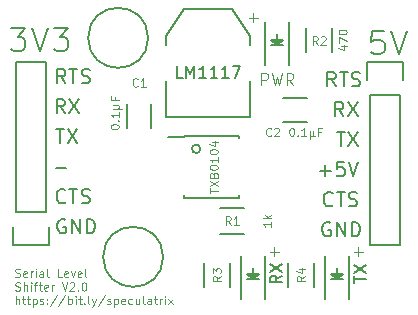
<source format=gbr>
G04 #@! TF.GenerationSoftware,KiCad,Pcbnew,(5.1.2-1)-1*
G04 #@! TF.CreationDate,2019-06-09T09:00:05+02:00*
G04 #@! TF.ProjectId,Level Shifter,4c657665-6c20-4536-9869-667465722e6b,rev?*
G04 #@! TF.SameCoordinates,Original*
G04 #@! TF.FileFunction,Legend,Top*
G04 #@! TF.FilePolarity,Positive*
%FSLAX46Y46*%
G04 Gerber Fmt 4.6, Leading zero omitted, Abs format (unit mm)*
G04 Created by KiCad (PCBNEW (5.1.2-1)-1) date 2019-06-09 09:00:05*
%MOMM*%
%LPD*%
G04 APERTURE LIST*
%ADD10C,0.100000*%
%ADD11C,0.200000*%
%ADD12C,0.150000*%
G04 APERTURE END LIST*
D10*
X174117047Y-113863428D02*
X174878952Y-113863428D01*
X174498000Y-114244380D02*
X174498000Y-113482476D01*
X152598333Y-115973333D02*
X152698333Y-116006666D01*
X152865000Y-116006666D01*
X152931666Y-115973333D01*
X152965000Y-115940000D01*
X152998333Y-115873333D01*
X152998333Y-115806666D01*
X152965000Y-115740000D01*
X152931666Y-115706666D01*
X152865000Y-115673333D01*
X152731666Y-115640000D01*
X152665000Y-115606666D01*
X152631666Y-115573333D01*
X152598333Y-115506666D01*
X152598333Y-115440000D01*
X152631666Y-115373333D01*
X152665000Y-115340000D01*
X152731666Y-115306666D01*
X152898333Y-115306666D01*
X152998333Y-115340000D01*
X153565000Y-115973333D02*
X153498333Y-116006666D01*
X153365000Y-116006666D01*
X153298333Y-115973333D01*
X153265000Y-115906666D01*
X153265000Y-115640000D01*
X153298333Y-115573333D01*
X153365000Y-115540000D01*
X153498333Y-115540000D01*
X153565000Y-115573333D01*
X153598333Y-115640000D01*
X153598333Y-115706666D01*
X153265000Y-115773333D01*
X153898333Y-116006666D02*
X153898333Y-115540000D01*
X153898333Y-115673333D02*
X153931666Y-115606666D01*
X153965000Y-115573333D01*
X154031666Y-115540000D01*
X154098333Y-115540000D01*
X154331666Y-116006666D02*
X154331666Y-115540000D01*
X154331666Y-115306666D02*
X154298333Y-115340000D01*
X154331666Y-115373333D01*
X154365000Y-115340000D01*
X154331666Y-115306666D01*
X154331666Y-115373333D01*
X154965000Y-116006666D02*
X154965000Y-115640000D01*
X154931666Y-115573333D01*
X154865000Y-115540000D01*
X154731666Y-115540000D01*
X154665000Y-115573333D01*
X154965000Y-115973333D02*
X154898333Y-116006666D01*
X154731666Y-116006666D01*
X154665000Y-115973333D01*
X154631666Y-115906666D01*
X154631666Y-115840000D01*
X154665000Y-115773333D01*
X154731666Y-115740000D01*
X154898333Y-115740000D01*
X154965000Y-115706666D01*
X155398333Y-116006666D02*
X155331666Y-115973333D01*
X155298333Y-115906666D01*
X155298333Y-115306666D01*
X156531666Y-116006666D02*
X156198333Y-116006666D01*
X156198333Y-115306666D01*
X157031666Y-115973333D02*
X156965000Y-116006666D01*
X156831666Y-116006666D01*
X156765000Y-115973333D01*
X156731666Y-115906666D01*
X156731666Y-115640000D01*
X156765000Y-115573333D01*
X156831666Y-115540000D01*
X156965000Y-115540000D01*
X157031666Y-115573333D01*
X157065000Y-115640000D01*
X157065000Y-115706666D01*
X156731666Y-115773333D01*
X157298333Y-115540000D02*
X157465000Y-116006666D01*
X157631666Y-115540000D01*
X158165000Y-115973333D02*
X158098333Y-116006666D01*
X157965000Y-116006666D01*
X157898333Y-115973333D01*
X157865000Y-115906666D01*
X157865000Y-115640000D01*
X157898333Y-115573333D01*
X157965000Y-115540000D01*
X158098333Y-115540000D01*
X158165000Y-115573333D01*
X158198333Y-115640000D01*
X158198333Y-115706666D01*
X157865000Y-115773333D01*
X158598333Y-116006666D02*
X158531666Y-115973333D01*
X158498333Y-115906666D01*
X158498333Y-115306666D01*
X152598333Y-117123333D02*
X152698333Y-117156666D01*
X152865000Y-117156666D01*
X152931666Y-117123333D01*
X152965000Y-117090000D01*
X152998333Y-117023333D01*
X152998333Y-116956666D01*
X152965000Y-116890000D01*
X152931666Y-116856666D01*
X152865000Y-116823333D01*
X152731666Y-116790000D01*
X152665000Y-116756666D01*
X152631666Y-116723333D01*
X152598333Y-116656666D01*
X152598333Y-116590000D01*
X152631666Y-116523333D01*
X152665000Y-116490000D01*
X152731666Y-116456666D01*
X152898333Y-116456666D01*
X152998333Y-116490000D01*
X153298333Y-117156666D02*
X153298333Y-116456666D01*
X153598333Y-117156666D02*
X153598333Y-116790000D01*
X153565000Y-116723333D01*
X153498333Y-116690000D01*
X153398333Y-116690000D01*
X153331666Y-116723333D01*
X153298333Y-116756666D01*
X153931666Y-117156666D02*
X153931666Y-116690000D01*
X153931666Y-116456666D02*
X153898333Y-116490000D01*
X153931666Y-116523333D01*
X153965000Y-116490000D01*
X153931666Y-116456666D01*
X153931666Y-116523333D01*
X154165000Y-116690000D02*
X154431666Y-116690000D01*
X154265000Y-117156666D02*
X154265000Y-116556666D01*
X154298333Y-116490000D01*
X154365000Y-116456666D01*
X154431666Y-116456666D01*
X154565000Y-116690000D02*
X154831666Y-116690000D01*
X154665000Y-116456666D02*
X154665000Y-117056666D01*
X154698333Y-117123333D01*
X154765000Y-117156666D01*
X154831666Y-117156666D01*
X155331666Y-117123333D02*
X155265000Y-117156666D01*
X155131666Y-117156666D01*
X155065000Y-117123333D01*
X155031666Y-117056666D01*
X155031666Y-116790000D01*
X155065000Y-116723333D01*
X155131666Y-116690000D01*
X155265000Y-116690000D01*
X155331666Y-116723333D01*
X155365000Y-116790000D01*
X155365000Y-116856666D01*
X155031666Y-116923333D01*
X155665000Y-117156666D02*
X155665000Y-116690000D01*
X155665000Y-116823333D02*
X155698333Y-116756666D01*
X155731666Y-116723333D01*
X155798333Y-116690000D01*
X155865000Y-116690000D01*
X156531666Y-116456666D02*
X156765000Y-117156666D01*
X156998333Y-116456666D01*
X157198333Y-116523333D02*
X157231666Y-116490000D01*
X157298333Y-116456666D01*
X157465000Y-116456666D01*
X157531666Y-116490000D01*
X157565000Y-116523333D01*
X157598333Y-116590000D01*
X157598333Y-116656666D01*
X157565000Y-116756666D01*
X157165000Y-117156666D01*
X157598333Y-117156666D01*
X157898333Y-117090000D02*
X157931666Y-117123333D01*
X157898333Y-117156666D01*
X157865000Y-117123333D01*
X157898333Y-117090000D01*
X157898333Y-117156666D01*
X158365000Y-116456666D02*
X158431666Y-116456666D01*
X158498333Y-116490000D01*
X158531666Y-116523333D01*
X158565000Y-116590000D01*
X158598333Y-116723333D01*
X158598333Y-116890000D01*
X158565000Y-117023333D01*
X158531666Y-117090000D01*
X158498333Y-117123333D01*
X158431666Y-117156666D01*
X158365000Y-117156666D01*
X158298333Y-117123333D01*
X158265000Y-117090000D01*
X158231666Y-117023333D01*
X158198333Y-116890000D01*
X158198333Y-116723333D01*
X158231666Y-116590000D01*
X158265000Y-116523333D01*
X158298333Y-116490000D01*
X158365000Y-116456666D01*
X152631666Y-118306666D02*
X152631666Y-117606666D01*
X152931666Y-118306666D02*
X152931666Y-117940000D01*
X152898333Y-117873333D01*
X152831666Y-117840000D01*
X152731666Y-117840000D01*
X152665000Y-117873333D01*
X152631666Y-117906666D01*
X153165000Y-117840000D02*
X153431666Y-117840000D01*
X153265000Y-117606666D02*
X153265000Y-118206666D01*
X153298333Y-118273333D01*
X153365000Y-118306666D01*
X153431666Y-118306666D01*
X153565000Y-117840000D02*
X153831666Y-117840000D01*
X153665000Y-117606666D02*
X153665000Y-118206666D01*
X153698333Y-118273333D01*
X153765000Y-118306666D01*
X153831666Y-118306666D01*
X154065000Y-117840000D02*
X154065000Y-118540000D01*
X154065000Y-117873333D02*
X154131666Y-117840000D01*
X154265000Y-117840000D01*
X154331666Y-117873333D01*
X154365000Y-117906666D01*
X154398333Y-117973333D01*
X154398333Y-118173333D01*
X154365000Y-118240000D01*
X154331666Y-118273333D01*
X154265000Y-118306666D01*
X154131666Y-118306666D01*
X154065000Y-118273333D01*
X154665000Y-118273333D02*
X154731666Y-118306666D01*
X154865000Y-118306666D01*
X154931666Y-118273333D01*
X154965000Y-118206666D01*
X154965000Y-118173333D01*
X154931666Y-118106666D01*
X154865000Y-118073333D01*
X154765000Y-118073333D01*
X154698333Y-118040000D01*
X154665000Y-117973333D01*
X154665000Y-117940000D01*
X154698333Y-117873333D01*
X154765000Y-117840000D01*
X154865000Y-117840000D01*
X154931666Y-117873333D01*
X155265000Y-118240000D02*
X155298333Y-118273333D01*
X155265000Y-118306666D01*
X155231666Y-118273333D01*
X155265000Y-118240000D01*
X155265000Y-118306666D01*
X155265000Y-117873333D02*
X155298333Y-117906666D01*
X155265000Y-117940000D01*
X155231666Y-117906666D01*
X155265000Y-117873333D01*
X155265000Y-117940000D01*
X156098333Y-117573333D02*
X155498333Y-118473333D01*
X156831666Y-117573333D02*
X156231666Y-118473333D01*
X157065000Y-118306666D02*
X157065000Y-117606666D01*
X157065000Y-117873333D02*
X157131666Y-117840000D01*
X157265000Y-117840000D01*
X157331666Y-117873333D01*
X157365000Y-117906666D01*
X157398333Y-117973333D01*
X157398333Y-118173333D01*
X157365000Y-118240000D01*
X157331666Y-118273333D01*
X157265000Y-118306666D01*
X157131666Y-118306666D01*
X157065000Y-118273333D01*
X157698333Y-118306666D02*
X157698333Y-117840000D01*
X157698333Y-117606666D02*
X157665000Y-117640000D01*
X157698333Y-117673333D01*
X157731666Y-117640000D01*
X157698333Y-117606666D01*
X157698333Y-117673333D01*
X157931666Y-117840000D02*
X158198333Y-117840000D01*
X158031666Y-117606666D02*
X158031666Y-118206666D01*
X158065000Y-118273333D01*
X158131666Y-118306666D01*
X158198333Y-118306666D01*
X158431666Y-118240000D02*
X158465000Y-118273333D01*
X158431666Y-118306666D01*
X158398333Y-118273333D01*
X158431666Y-118240000D01*
X158431666Y-118306666D01*
X158865000Y-118306666D02*
X158798333Y-118273333D01*
X158765000Y-118206666D01*
X158765000Y-117606666D01*
X159065000Y-117840000D02*
X159231666Y-118306666D01*
X159398333Y-117840000D02*
X159231666Y-118306666D01*
X159165000Y-118473333D01*
X159131666Y-118506666D01*
X159065000Y-118540000D01*
X160165000Y-117573333D02*
X159565000Y-118473333D01*
X160365000Y-118273333D02*
X160431666Y-118306666D01*
X160565000Y-118306666D01*
X160631666Y-118273333D01*
X160665000Y-118206666D01*
X160665000Y-118173333D01*
X160631666Y-118106666D01*
X160565000Y-118073333D01*
X160465000Y-118073333D01*
X160398333Y-118040000D01*
X160365000Y-117973333D01*
X160365000Y-117940000D01*
X160398333Y-117873333D01*
X160465000Y-117840000D01*
X160565000Y-117840000D01*
X160631666Y-117873333D01*
X160965000Y-117840000D02*
X160965000Y-118540000D01*
X160965000Y-117873333D02*
X161031666Y-117840000D01*
X161165000Y-117840000D01*
X161231666Y-117873333D01*
X161265000Y-117906666D01*
X161298333Y-117973333D01*
X161298333Y-118173333D01*
X161265000Y-118240000D01*
X161231666Y-118273333D01*
X161165000Y-118306666D01*
X161031666Y-118306666D01*
X160965000Y-118273333D01*
X161865000Y-118273333D02*
X161798333Y-118306666D01*
X161665000Y-118306666D01*
X161598333Y-118273333D01*
X161565000Y-118206666D01*
X161565000Y-117940000D01*
X161598333Y-117873333D01*
X161665000Y-117840000D01*
X161798333Y-117840000D01*
X161865000Y-117873333D01*
X161898333Y-117940000D01*
X161898333Y-118006666D01*
X161565000Y-118073333D01*
X162498333Y-118273333D02*
X162431666Y-118306666D01*
X162298333Y-118306666D01*
X162231666Y-118273333D01*
X162198333Y-118240000D01*
X162165000Y-118173333D01*
X162165000Y-117973333D01*
X162198333Y-117906666D01*
X162231666Y-117873333D01*
X162298333Y-117840000D01*
X162431666Y-117840000D01*
X162498333Y-117873333D01*
X163098333Y-117840000D02*
X163098333Y-118306666D01*
X162798333Y-117840000D02*
X162798333Y-118206666D01*
X162831666Y-118273333D01*
X162898333Y-118306666D01*
X162998333Y-118306666D01*
X163065000Y-118273333D01*
X163098333Y-118240000D01*
X163531666Y-118306666D02*
X163465000Y-118273333D01*
X163431666Y-118206666D01*
X163431666Y-117606666D01*
X164098333Y-118306666D02*
X164098333Y-117940000D01*
X164065000Y-117873333D01*
X163998333Y-117840000D01*
X163865000Y-117840000D01*
X163798333Y-117873333D01*
X164098333Y-118273333D02*
X164031666Y-118306666D01*
X163865000Y-118306666D01*
X163798333Y-118273333D01*
X163765000Y-118206666D01*
X163765000Y-118140000D01*
X163798333Y-118073333D01*
X163865000Y-118040000D01*
X164031666Y-118040000D01*
X164098333Y-118006666D01*
X164331666Y-117840000D02*
X164598333Y-117840000D01*
X164431666Y-117606666D02*
X164431666Y-118206666D01*
X164465000Y-118273333D01*
X164531666Y-118306666D01*
X164598333Y-118306666D01*
X164831666Y-118306666D02*
X164831666Y-117840000D01*
X164831666Y-117973333D02*
X164865000Y-117906666D01*
X164898333Y-117873333D01*
X164965000Y-117840000D01*
X165031666Y-117840000D01*
X165265000Y-118306666D02*
X165265000Y-117840000D01*
X165265000Y-117606666D02*
X165231666Y-117640000D01*
X165265000Y-117673333D01*
X165298333Y-117640000D01*
X165265000Y-117606666D01*
X165265000Y-117673333D01*
X165531666Y-118306666D02*
X165898333Y-117840000D01*
X165531666Y-117840000D02*
X165898333Y-118306666D01*
D11*
X179702285Y-99856857D02*
X179302285Y-99285428D01*
X179016571Y-99856857D02*
X179016571Y-98656857D01*
X179473714Y-98656857D01*
X179588000Y-98714000D01*
X179645142Y-98771142D01*
X179702285Y-98885428D01*
X179702285Y-99056857D01*
X179645142Y-99171142D01*
X179588000Y-99228285D01*
X179473714Y-99285428D01*
X179016571Y-99285428D01*
X180045142Y-98656857D02*
X180730857Y-98656857D01*
X180388000Y-99856857D02*
X180388000Y-98656857D01*
X181073714Y-99799714D02*
X181245142Y-99856857D01*
X181530857Y-99856857D01*
X181645142Y-99799714D01*
X181702285Y-99742571D01*
X181759428Y-99628285D01*
X181759428Y-99514000D01*
X181702285Y-99399714D01*
X181645142Y-99342571D01*
X181530857Y-99285428D01*
X181302285Y-99228285D01*
X181188000Y-99171142D01*
X181130857Y-99114000D01*
X181073714Y-98999714D01*
X181073714Y-98885428D01*
X181130857Y-98771142D01*
X181188000Y-98714000D01*
X181302285Y-98656857D01*
X181588000Y-98656857D01*
X181759428Y-98714000D01*
D10*
X172339047Y-94051428D02*
X173100952Y-94051428D01*
X172720000Y-94432380D02*
X172720000Y-93670476D01*
X181229047Y-113863428D02*
X181990952Y-113863428D01*
X181610000Y-114244380D02*
X181610000Y-113482476D01*
D11*
X156822857Y-99602857D02*
X156422857Y-99031428D01*
X156137142Y-99602857D02*
X156137142Y-98402857D01*
X156594285Y-98402857D01*
X156708571Y-98460000D01*
X156765714Y-98517142D01*
X156822857Y-98631428D01*
X156822857Y-98802857D01*
X156765714Y-98917142D01*
X156708571Y-98974285D01*
X156594285Y-99031428D01*
X156137142Y-99031428D01*
X157165714Y-98402857D02*
X157851428Y-98402857D01*
X157508571Y-99602857D02*
X157508571Y-98402857D01*
X158194285Y-99545714D02*
X158365714Y-99602857D01*
X158651428Y-99602857D01*
X158765714Y-99545714D01*
X158822857Y-99488571D01*
X158880000Y-99374285D01*
X158880000Y-99260000D01*
X158822857Y-99145714D01*
X158765714Y-99088571D01*
X158651428Y-99031428D01*
X158422857Y-98974285D01*
X158308571Y-98917142D01*
X158251428Y-98860000D01*
X158194285Y-98745714D01*
X158194285Y-98631428D01*
X158251428Y-98517142D01*
X158308571Y-98460000D01*
X158422857Y-98402857D01*
X158708571Y-98402857D01*
X158880000Y-98460000D01*
X156772000Y-102142857D02*
X156372000Y-101571428D01*
X156086285Y-102142857D02*
X156086285Y-100942857D01*
X156543428Y-100942857D01*
X156657714Y-101000000D01*
X156714857Y-101057142D01*
X156772000Y-101171428D01*
X156772000Y-101342857D01*
X156714857Y-101457142D01*
X156657714Y-101514285D01*
X156543428Y-101571428D01*
X156086285Y-101571428D01*
X157172000Y-100942857D02*
X157972000Y-102142857D01*
X157972000Y-100942857D02*
X157172000Y-102142857D01*
X180362571Y-102396857D02*
X179962571Y-101825428D01*
X179676857Y-102396857D02*
X179676857Y-101196857D01*
X180134000Y-101196857D01*
X180248285Y-101254000D01*
X180305428Y-101311142D01*
X180362571Y-101425428D01*
X180362571Y-101596857D01*
X180305428Y-101711142D01*
X180248285Y-101768285D01*
X180134000Y-101825428D01*
X179676857Y-101825428D01*
X180762571Y-101196857D02*
X181562571Y-102396857D01*
X181562571Y-101196857D02*
X180762571Y-102396857D01*
X179791142Y-103736857D02*
X180476857Y-103736857D01*
X180134000Y-104936857D02*
X180134000Y-103736857D01*
X180762571Y-103736857D02*
X181562571Y-104936857D01*
X181562571Y-103736857D02*
X180762571Y-104936857D01*
X178362571Y-107019714D02*
X179276857Y-107019714D01*
X178819714Y-107476857D02*
X178819714Y-106562571D01*
X180419714Y-106276857D02*
X179848285Y-106276857D01*
X179791142Y-106848285D01*
X179848285Y-106791142D01*
X179962571Y-106734000D01*
X180248285Y-106734000D01*
X180362571Y-106791142D01*
X180419714Y-106848285D01*
X180476857Y-106962571D01*
X180476857Y-107248285D01*
X180419714Y-107362571D01*
X180362571Y-107419714D01*
X180248285Y-107476857D01*
X179962571Y-107476857D01*
X179848285Y-107419714D01*
X179791142Y-107362571D01*
X180819714Y-106276857D02*
X181219714Y-107476857D01*
X181619714Y-106276857D01*
X179448285Y-109902571D02*
X179391142Y-109959714D01*
X179219714Y-110016857D01*
X179105428Y-110016857D01*
X178934000Y-109959714D01*
X178819714Y-109845428D01*
X178762571Y-109731142D01*
X178705428Y-109502571D01*
X178705428Y-109331142D01*
X178762571Y-109102571D01*
X178819714Y-108988285D01*
X178934000Y-108874000D01*
X179105428Y-108816857D01*
X179219714Y-108816857D01*
X179391142Y-108874000D01*
X179448285Y-108931142D01*
X179791142Y-108816857D02*
X180476857Y-108816857D01*
X180134000Y-110016857D02*
X180134000Y-108816857D01*
X180819714Y-109959714D02*
X180991142Y-110016857D01*
X181276857Y-110016857D01*
X181391142Y-109959714D01*
X181448285Y-109902571D01*
X181505428Y-109788285D01*
X181505428Y-109674000D01*
X181448285Y-109559714D01*
X181391142Y-109502571D01*
X181276857Y-109445428D01*
X181048285Y-109388285D01*
X180934000Y-109331142D01*
X180876857Y-109274000D01*
X180819714Y-109159714D01*
X180819714Y-109045428D01*
X180876857Y-108931142D01*
X180934000Y-108874000D01*
X181048285Y-108816857D01*
X181334000Y-108816857D01*
X181505428Y-108874000D01*
X179245142Y-111414000D02*
X179130857Y-111356857D01*
X178959428Y-111356857D01*
X178788000Y-111414000D01*
X178673714Y-111528285D01*
X178616571Y-111642571D01*
X178559428Y-111871142D01*
X178559428Y-112042571D01*
X178616571Y-112271142D01*
X178673714Y-112385428D01*
X178788000Y-112499714D01*
X178959428Y-112556857D01*
X179073714Y-112556857D01*
X179245142Y-112499714D01*
X179302285Y-112442571D01*
X179302285Y-112042571D01*
X179073714Y-112042571D01*
X179816571Y-112556857D02*
X179816571Y-111356857D01*
X180502285Y-112556857D01*
X180502285Y-111356857D01*
X181073714Y-112556857D02*
X181073714Y-111356857D01*
X181359428Y-111356857D01*
X181530857Y-111414000D01*
X181645142Y-111528285D01*
X181702285Y-111642571D01*
X181759428Y-111871142D01*
X181759428Y-112042571D01*
X181702285Y-112271142D01*
X181645142Y-112385428D01*
X181530857Y-112499714D01*
X181359428Y-112556857D01*
X181073714Y-112556857D01*
X156819714Y-111160000D02*
X156705428Y-111102857D01*
X156534000Y-111102857D01*
X156362571Y-111160000D01*
X156248285Y-111274285D01*
X156191142Y-111388571D01*
X156134000Y-111617142D01*
X156134000Y-111788571D01*
X156191142Y-112017142D01*
X156248285Y-112131428D01*
X156362571Y-112245714D01*
X156534000Y-112302857D01*
X156648285Y-112302857D01*
X156819714Y-112245714D01*
X156876857Y-112188571D01*
X156876857Y-111788571D01*
X156648285Y-111788571D01*
X157391142Y-112302857D02*
X157391142Y-111102857D01*
X158076857Y-112302857D01*
X158076857Y-111102857D01*
X158648285Y-112302857D02*
X158648285Y-111102857D01*
X158934000Y-111102857D01*
X159105428Y-111160000D01*
X159219714Y-111274285D01*
X159276857Y-111388571D01*
X159334000Y-111617142D01*
X159334000Y-111788571D01*
X159276857Y-112017142D01*
X159219714Y-112131428D01*
X159105428Y-112245714D01*
X158934000Y-112302857D01*
X158648285Y-112302857D01*
X156822857Y-109648571D02*
X156765714Y-109705714D01*
X156594285Y-109762857D01*
X156480000Y-109762857D01*
X156308571Y-109705714D01*
X156194285Y-109591428D01*
X156137142Y-109477142D01*
X156080000Y-109248571D01*
X156080000Y-109077142D01*
X156137142Y-108848571D01*
X156194285Y-108734285D01*
X156308571Y-108620000D01*
X156480000Y-108562857D01*
X156594285Y-108562857D01*
X156765714Y-108620000D01*
X156822857Y-108677142D01*
X157165714Y-108562857D02*
X157851428Y-108562857D01*
X157508571Y-109762857D02*
X157508571Y-108562857D01*
X158194285Y-109705714D02*
X158365714Y-109762857D01*
X158651428Y-109762857D01*
X158765714Y-109705714D01*
X158822857Y-109648571D01*
X158880000Y-109534285D01*
X158880000Y-109420000D01*
X158822857Y-109305714D01*
X158765714Y-109248571D01*
X158651428Y-109191428D01*
X158422857Y-109134285D01*
X158308571Y-109077142D01*
X158251428Y-109020000D01*
X158194285Y-108905714D01*
X158194285Y-108791428D01*
X158251428Y-108677142D01*
X158308571Y-108620000D01*
X158422857Y-108562857D01*
X158708571Y-108562857D01*
X158880000Y-108620000D01*
X156006857Y-106765714D02*
X156921142Y-106765714D01*
X156057714Y-103482857D02*
X156743428Y-103482857D01*
X156400571Y-104682857D02*
X156400571Y-103482857D01*
X157029142Y-103482857D02*
X157829142Y-104682857D01*
X157829142Y-103482857D02*
X157029142Y-104682857D01*
D12*
X165100000Y-114300000D02*
G75*
G03X165100000Y-114300000I-2540000J0D01*
G01*
X163830000Y-95758000D02*
G75*
G03X163830000Y-95758000I-2540000J0D01*
G01*
X169942000Y-110177000D02*
X171942000Y-110177000D01*
X171942000Y-112327000D02*
X169942000Y-112327000D01*
X162043000Y-101362000D02*
X162043000Y-103362000D01*
X164093000Y-103362000D02*
X164093000Y-101362000D01*
X177276000Y-100829000D02*
X175276000Y-100829000D01*
X175276000Y-102879000D02*
X177276000Y-102879000D01*
X165354000Y-99441000D02*
X165354000Y-102489000D01*
X165354000Y-102489000D02*
X172466000Y-102489000D01*
X172466000Y-102489000D02*
X172466000Y-99441000D01*
X165354000Y-96393000D02*
X165354000Y-95631000D01*
X165354000Y-95631000D02*
X166878000Y-93345000D01*
X166878000Y-93345000D02*
X170942000Y-93345000D01*
X170942000Y-93345000D02*
X172466000Y-95631000D01*
X172466000Y-95631000D02*
X172466000Y-96393000D01*
X152654000Y-110490000D02*
X152654000Y-97790000D01*
X152654000Y-97790000D02*
X155194000Y-97790000D01*
X155194000Y-97790000D02*
X155194000Y-110490000D01*
X152374000Y-113310000D02*
X152374000Y-111760000D01*
X152654000Y-110490000D02*
X155194000Y-110490000D01*
X155474000Y-111760000D02*
X155474000Y-113310000D01*
X155474000Y-113310000D02*
X152374000Y-113310000D01*
X185166000Y-100584000D02*
X185166000Y-113284000D01*
X185166000Y-113284000D02*
X182626000Y-113284000D01*
X182626000Y-113284000D02*
X182626000Y-100584000D01*
X185446000Y-97764000D02*
X185446000Y-99314000D01*
X185166000Y-100584000D02*
X182626000Y-100584000D01*
X182346000Y-99314000D02*
X182346000Y-97764000D01*
X182346000Y-97764000D02*
X185446000Y-97764000D01*
X170747000Y-114824000D02*
X170747000Y-116824000D01*
X168597000Y-116824000D02*
X168597000Y-114824000D01*
X177859000Y-114824000D02*
X177859000Y-116824000D01*
X175709000Y-116824000D02*
X175709000Y-114824000D01*
X175802000Y-98057860D02*
X175802000Y-94457860D01*
X173702000Y-98057860D02*
X173702000Y-94457860D01*
X174452000Y-96007860D02*
X175052000Y-96007860D01*
X175052000Y-96007860D02*
X174752000Y-96307860D01*
X174752000Y-96307860D02*
X174552000Y-96107860D01*
X174552000Y-96107860D02*
X174802000Y-96107860D01*
X174802000Y-96107860D02*
X174752000Y-96157860D01*
X174252000Y-96407860D02*
X175252000Y-96407860D01*
X174752000Y-95907860D02*
X174752000Y-95407860D01*
X174752000Y-96407860D02*
X174252000Y-95907860D01*
X174252000Y-95907860D02*
X175252000Y-95907860D01*
X175252000Y-95907860D02*
X174752000Y-96407860D01*
X173770000Y-117869860D02*
X173770000Y-114269860D01*
X171670000Y-117869860D02*
X171670000Y-114269860D01*
X172420000Y-115819860D02*
X173020000Y-115819860D01*
X173020000Y-115819860D02*
X172720000Y-116119860D01*
X172720000Y-116119860D02*
X172520000Y-115919860D01*
X172520000Y-115919860D02*
X172770000Y-115919860D01*
X172770000Y-115919860D02*
X172720000Y-115969860D01*
X172220000Y-116219860D02*
X173220000Y-116219860D01*
X172720000Y-115719860D02*
X172720000Y-115219860D01*
X172720000Y-116219860D02*
X172220000Y-115719860D01*
X172220000Y-115719860D02*
X173220000Y-115719860D01*
X173220000Y-115719860D02*
X172720000Y-116219860D01*
X180882000Y-117869860D02*
X180882000Y-114269860D01*
X178782000Y-117869860D02*
X178782000Y-114269860D01*
X179532000Y-115819860D02*
X180132000Y-115819860D01*
X180132000Y-115819860D02*
X179832000Y-116119860D01*
X179832000Y-116119860D02*
X179632000Y-115919860D01*
X179632000Y-115919860D02*
X179882000Y-115919860D01*
X179882000Y-115919860D02*
X179832000Y-115969860D01*
X179332000Y-116219860D02*
X180332000Y-116219860D01*
X179832000Y-115719860D02*
X179832000Y-115219860D01*
X179832000Y-116219860D02*
X179332000Y-115719860D01*
X179332000Y-115719860D02*
X180332000Y-115719860D01*
X180332000Y-115719860D02*
X179832000Y-116219860D01*
X168253210Y-105156000D02*
G75*
G03X168253210Y-105156000I-359210J0D01*
G01*
X166839000Y-104055000D02*
X166839000Y-104180000D01*
X171489000Y-104055000D02*
X171489000Y-104280000D01*
X171489000Y-109305000D02*
X171489000Y-109080000D01*
X166839000Y-109305000D02*
X166839000Y-109080000D01*
X166839000Y-104055000D02*
X171489000Y-104055000D01*
X166839000Y-109305000D02*
X171489000Y-109305000D01*
X166839000Y-104180000D02*
X165489000Y-104180000D01*
X179383000Y-94938000D02*
X179383000Y-96938000D01*
X177233000Y-96938000D02*
X177233000Y-94938000D01*
D10*
X170825333Y-111568666D02*
X170592000Y-111235333D01*
X170425333Y-111568666D02*
X170425333Y-110868666D01*
X170692000Y-110868666D01*
X170758666Y-110902000D01*
X170792000Y-110935333D01*
X170825333Y-111002000D01*
X170825333Y-111102000D01*
X170792000Y-111168666D01*
X170758666Y-111202000D01*
X170692000Y-111235333D01*
X170425333Y-111235333D01*
X171492000Y-111568666D02*
X171092000Y-111568666D01*
X171292000Y-111568666D02*
X171292000Y-110868666D01*
X171225333Y-110968666D01*
X171158666Y-111035333D01*
X171092000Y-111068666D01*
X174232666Y-111335333D02*
X174232666Y-111735333D01*
X174232666Y-111535333D02*
X173532666Y-111535333D01*
X173632666Y-111602000D01*
X173699333Y-111668666D01*
X173732666Y-111735333D01*
X174232666Y-111035333D02*
X173532666Y-111035333D01*
X173966000Y-110968666D02*
X174232666Y-110768666D01*
X173766000Y-110768666D02*
X174032666Y-111035333D01*
X162951333Y-99818000D02*
X162918000Y-99851333D01*
X162818000Y-99884666D01*
X162751333Y-99884666D01*
X162651333Y-99851333D01*
X162584666Y-99784666D01*
X162551333Y-99718000D01*
X162518000Y-99584666D01*
X162518000Y-99484666D01*
X162551333Y-99351333D01*
X162584666Y-99284666D01*
X162651333Y-99218000D01*
X162751333Y-99184666D01*
X162818000Y-99184666D01*
X162918000Y-99218000D01*
X162951333Y-99251333D01*
X163618000Y-99884666D02*
X163218000Y-99884666D01*
X163418000Y-99884666D02*
X163418000Y-99184666D01*
X163351333Y-99284666D01*
X163284666Y-99351333D01*
X163218000Y-99384666D01*
X160652666Y-103308000D02*
X160652666Y-103241333D01*
X160686000Y-103174666D01*
X160719333Y-103141333D01*
X160786000Y-103108000D01*
X160919333Y-103074666D01*
X161086000Y-103074666D01*
X161219333Y-103108000D01*
X161286000Y-103141333D01*
X161319333Y-103174666D01*
X161352666Y-103241333D01*
X161352666Y-103308000D01*
X161319333Y-103374666D01*
X161286000Y-103408000D01*
X161219333Y-103441333D01*
X161086000Y-103474666D01*
X160919333Y-103474666D01*
X160786000Y-103441333D01*
X160719333Y-103408000D01*
X160686000Y-103374666D01*
X160652666Y-103308000D01*
X161286000Y-102774666D02*
X161319333Y-102741333D01*
X161352666Y-102774666D01*
X161319333Y-102808000D01*
X161286000Y-102774666D01*
X161352666Y-102774666D01*
X161352666Y-102074666D02*
X161352666Y-102474666D01*
X161352666Y-102274666D02*
X160652666Y-102274666D01*
X160752666Y-102341333D01*
X160819333Y-102408000D01*
X160852666Y-102474666D01*
X160886000Y-101774666D02*
X161586000Y-101774666D01*
X161252666Y-101441333D02*
X161319333Y-101408000D01*
X161352666Y-101341333D01*
X161252666Y-101774666D02*
X161319333Y-101741333D01*
X161352666Y-101674666D01*
X161352666Y-101541333D01*
X161319333Y-101474666D01*
X161252666Y-101441333D01*
X160886000Y-101441333D01*
X160986000Y-100808000D02*
X160986000Y-101041333D01*
X161352666Y-101041333D02*
X160652666Y-101041333D01*
X160652666Y-100708000D01*
X174254333Y-104009000D02*
X174221000Y-104042333D01*
X174121000Y-104075666D01*
X174054333Y-104075666D01*
X173954333Y-104042333D01*
X173887666Y-103975666D01*
X173854333Y-103909000D01*
X173821000Y-103775666D01*
X173821000Y-103675666D01*
X173854333Y-103542333D01*
X173887666Y-103475666D01*
X173954333Y-103409000D01*
X174054333Y-103375666D01*
X174121000Y-103375666D01*
X174221000Y-103409000D01*
X174254333Y-103442333D01*
X174521000Y-103442333D02*
X174554333Y-103409000D01*
X174621000Y-103375666D01*
X174787666Y-103375666D01*
X174854333Y-103409000D01*
X174887666Y-103442333D01*
X174921000Y-103509000D01*
X174921000Y-103575666D01*
X174887666Y-103675666D01*
X174487666Y-104075666D01*
X174921000Y-104075666D01*
X175965000Y-103375666D02*
X176031666Y-103375666D01*
X176098333Y-103409000D01*
X176131666Y-103442333D01*
X176165000Y-103509000D01*
X176198333Y-103642333D01*
X176198333Y-103809000D01*
X176165000Y-103942333D01*
X176131666Y-104009000D01*
X176098333Y-104042333D01*
X176031666Y-104075666D01*
X175965000Y-104075666D01*
X175898333Y-104042333D01*
X175865000Y-104009000D01*
X175831666Y-103942333D01*
X175798333Y-103809000D01*
X175798333Y-103642333D01*
X175831666Y-103509000D01*
X175865000Y-103442333D01*
X175898333Y-103409000D01*
X175965000Y-103375666D01*
X176498333Y-104009000D02*
X176531666Y-104042333D01*
X176498333Y-104075666D01*
X176465000Y-104042333D01*
X176498333Y-104009000D01*
X176498333Y-104075666D01*
X177198333Y-104075666D02*
X176798333Y-104075666D01*
X176998333Y-104075666D02*
X176998333Y-103375666D01*
X176931666Y-103475666D01*
X176865000Y-103542333D01*
X176798333Y-103575666D01*
X177498333Y-103609000D02*
X177498333Y-104309000D01*
X177831666Y-103975666D02*
X177865000Y-104042333D01*
X177931666Y-104075666D01*
X177498333Y-103975666D02*
X177531666Y-104042333D01*
X177598333Y-104075666D01*
X177731666Y-104075666D01*
X177798333Y-104042333D01*
X177831666Y-103975666D01*
X177831666Y-103609000D01*
X178465000Y-103709000D02*
X178231666Y-103709000D01*
X178231666Y-104075666D02*
X178231666Y-103375666D01*
X178565000Y-103375666D01*
D12*
X166743333Y-99131380D02*
X166267142Y-99131380D01*
X166267142Y-98131380D01*
X167076666Y-99131380D02*
X167076666Y-98131380D01*
X167410000Y-98845666D01*
X167743333Y-98131380D01*
X167743333Y-99131380D01*
X168743333Y-99131380D02*
X168171904Y-99131380D01*
X168457619Y-99131380D02*
X168457619Y-98131380D01*
X168362380Y-98274238D01*
X168267142Y-98369476D01*
X168171904Y-98417095D01*
X169695714Y-99131380D02*
X169124285Y-99131380D01*
X169410000Y-99131380D02*
X169410000Y-98131380D01*
X169314761Y-98274238D01*
X169219523Y-98369476D01*
X169124285Y-98417095D01*
X170648095Y-99131380D02*
X170076666Y-99131380D01*
X170362380Y-99131380D02*
X170362380Y-98131380D01*
X170267142Y-98274238D01*
X170171904Y-98369476D01*
X170076666Y-98417095D01*
X170981428Y-98131380D02*
X171648095Y-98131380D01*
X171219523Y-99131380D01*
X152209809Y-94916761D02*
X153447904Y-94916761D01*
X152781238Y-95678666D01*
X153066952Y-95678666D01*
X153257428Y-95773904D01*
X153352666Y-95869142D01*
X153447904Y-96059619D01*
X153447904Y-96535809D01*
X153352666Y-96726285D01*
X153257428Y-96821523D01*
X153066952Y-96916761D01*
X152495523Y-96916761D01*
X152305047Y-96821523D01*
X152209809Y-96726285D01*
X154019333Y-94916761D02*
X154686000Y-96916761D01*
X155352666Y-94916761D01*
X155828857Y-94916761D02*
X157066952Y-94916761D01*
X156400285Y-95678666D01*
X156686000Y-95678666D01*
X156876476Y-95773904D01*
X156971714Y-95869142D01*
X157066952Y-96059619D01*
X157066952Y-96535809D01*
X156971714Y-96726285D01*
X156876476Y-96821523D01*
X156686000Y-96916761D01*
X156114571Y-96916761D01*
X155924095Y-96821523D01*
X155828857Y-96726285D01*
X183769047Y-95170761D02*
X182816666Y-95170761D01*
X182721428Y-96123142D01*
X182816666Y-96027904D01*
X183007142Y-95932666D01*
X183483333Y-95932666D01*
X183673809Y-96027904D01*
X183769047Y-96123142D01*
X183864285Y-96313619D01*
X183864285Y-96789809D01*
X183769047Y-96980285D01*
X183673809Y-97075523D01*
X183483333Y-97170761D01*
X183007142Y-97170761D01*
X182816666Y-97075523D01*
X182721428Y-96980285D01*
X184435714Y-95170761D02*
X185102380Y-97170761D01*
X185769047Y-95170761D01*
D10*
X169988666Y-115940666D02*
X169655333Y-116174000D01*
X169988666Y-116340666D02*
X169288666Y-116340666D01*
X169288666Y-116074000D01*
X169322000Y-116007333D01*
X169355333Y-115974000D01*
X169422000Y-115940666D01*
X169522000Y-115940666D01*
X169588666Y-115974000D01*
X169622000Y-116007333D01*
X169655333Y-116074000D01*
X169655333Y-116340666D01*
X169288666Y-115707333D02*
X169288666Y-115274000D01*
X169555333Y-115507333D01*
X169555333Y-115407333D01*
X169588666Y-115340666D01*
X169622000Y-115307333D01*
X169688666Y-115274000D01*
X169855333Y-115274000D01*
X169922000Y-115307333D01*
X169955333Y-115340666D01*
X169988666Y-115407333D01*
X169988666Y-115607333D01*
X169955333Y-115674000D01*
X169922000Y-115707333D01*
X177100666Y-115940666D02*
X176767333Y-116174000D01*
X177100666Y-116340666D02*
X176400666Y-116340666D01*
X176400666Y-116074000D01*
X176434000Y-116007333D01*
X176467333Y-115974000D01*
X176534000Y-115940666D01*
X176634000Y-115940666D01*
X176700666Y-115974000D01*
X176734000Y-116007333D01*
X176767333Y-116074000D01*
X176767333Y-116340666D01*
X176634000Y-115340666D02*
X177100666Y-115340666D01*
X176367333Y-115507333D02*
X176867333Y-115674000D01*
X176867333Y-115240666D01*
X173418666Y-99766380D02*
X173418666Y-98766380D01*
X173799619Y-98766380D01*
X173894857Y-98814000D01*
X173942476Y-98861619D01*
X173990095Y-98956857D01*
X173990095Y-99099714D01*
X173942476Y-99194952D01*
X173894857Y-99242571D01*
X173799619Y-99290190D01*
X173418666Y-99290190D01*
X174323428Y-98766380D02*
X174561523Y-99766380D01*
X174752000Y-99052095D01*
X174942476Y-99766380D01*
X175180571Y-98766380D01*
X176132952Y-99766380D02*
X175799619Y-99290190D01*
X175561523Y-99766380D02*
X175561523Y-98766380D01*
X175942476Y-98766380D01*
X176037714Y-98814000D01*
X176085333Y-98861619D01*
X176132952Y-98956857D01*
X176132952Y-99099714D01*
X176085333Y-99194952D01*
X176037714Y-99242571D01*
X175942476Y-99290190D01*
X175561523Y-99290190D01*
D12*
X175172380Y-115886526D02*
X174696190Y-116219860D01*
X175172380Y-116457955D02*
X174172380Y-116457955D01*
X174172380Y-116077002D01*
X174220000Y-115981764D01*
X174267619Y-115934145D01*
X174362857Y-115886526D01*
X174505714Y-115886526D01*
X174600952Y-115934145D01*
X174648571Y-115981764D01*
X174696190Y-116077002D01*
X174696190Y-116457955D01*
X174172380Y-115553193D02*
X175172380Y-114886526D01*
X174172380Y-114886526D02*
X175172380Y-115553193D01*
X181284380Y-116481764D02*
X181284380Y-115910336D01*
X182284380Y-116196050D02*
X181284380Y-116196050D01*
X181284380Y-115672240D02*
X182284380Y-115005574D01*
X181284380Y-115005574D02*
X182284380Y-115672240D01*
D10*
X169034666Y-108896666D02*
X169034666Y-108496666D01*
X169734666Y-108696666D02*
X169034666Y-108696666D01*
X169034666Y-108330000D02*
X169734666Y-107863333D01*
X169034666Y-107863333D02*
X169734666Y-108330000D01*
X169368000Y-107363333D02*
X169401333Y-107263333D01*
X169434666Y-107230000D01*
X169501333Y-107196666D01*
X169601333Y-107196666D01*
X169668000Y-107230000D01*
X169701333Y-107263333D01*
X169734666Y-107330000D01*
X169734666Y-107596666D01*
X169034666Y-107596666D01*
X169034666Y-107363333D01*
X169068000Y-107296666D01*
X169101333Y-107263333D01*
X169168000Y-107230000D01*
X169234666Y-107230000D01*
X169301333Y-107263333D01*
X169334666Y-107296666D01*
X169368000Y-107363333D01*
X169368000Y-107596666D01*
X169034666Y-106763333D02*
X169034666Y-106696666D01*
X169068000Y-106630000D01*
X169101333Y-106596666D01*
X169168000Y-106563333D01*
X169301333Y-106530000D01*
X169468000Y-106530000D01*
X169601333Y-106563333D01*
X169668000Y-106596666D01*
X169701333Y-106630000D01*
X169734666Y-106696666D01*
X169734666Y-106763333D01*
X169701333Y-106830000D01*
X169668000Y-106863333D01*
X169601333Y-106896666D01*
X169468000Y-106930000D01*
X169301333Y-106930000D01*
X169168000Y-106896666D01*
X169101333Y-106863333D01*
X169068000Y-106830000D01*
X169034666Y-106763333D01*
X169734666Y-105863333D02*
X169734666Y-106263333D01*
X169734666Y-106063333D02*
X169034666Y-106063333D01*
X169134666Y-106130000D01*
X169201333Y-106196666D01*
X169234666Y-106263333D01*
X169034666Y-105430000D02*
X169034666Y-105363333D01*
X169068000Y-105296666D01*
X169101333Y-105263333D01*
X169168000Y-105230000D01*
X169301333Y-105196666D01*
X169468000Y-105196666D01*
X169601333Y-105230000D01*
X169668000Y-105263333D01*
X169701333Y-105296666D01*
X169734666Y-105363333D01*
X169734666Y-105430000D01*
X169701333Y-105496666D01*
X169668000Y-105530000D01*
X169601333Y-105563333D01*
X169468000Y-105596666D01*
X169301333Y-105596666D01*
X169168000Y-105563333D01*
X169101333Y-105530000D01*
X169068000Y-105496666D01*
X169034666Y-105430000D01*
X169268000Y-104596666D02*
X169734666Y-104596666D01*
X169001333Y-104763333D02*
X169501333Y-104930000D01*
X169501333Y-104496666D01*
X178191333Y-96328666D02*
X177958000Y-95995333D01*
X177791333Y-96328666D02*
X177791333Y-95628666D01*
X178058000Y-95628666D01*
X178124666Y-95662000D01*
X178158000Y-95695333D01*
X178191333Y-95762000D01*
X178191333Y-95862000D01*
X178158000Y-95928666D01*
X178124666Y-95962000D01*
X178058000Y-95995333D01*
X177791333Y-95995333D01*
X178458000Y-95695333D02*
X178491333Y-95662000D01*
X178558000Y-95628666D01*
X178724666Y-95628666D01*
X178791333Y-95662000D01*
X178824666Y-95695333D01*
X178858000Y-95762000D01*
X178858000Y-95828666D01*
X178824666Y-95928666D01*
X178424666Y-96328666D01*
X178858000Y-96328666D01*
X180190000Y-96471333D02*
X180656666Y-96471333D01*
X179923333Y-96638000D02*
X180423333Y-96804666D01*
X180423333Y-96371333D01*
X179956666Y-96171333D02*
X179956666Y-95704666D01*
X180656666Y-96004666D01*
X179956666Y-95304666D02*
X179956666Y-95238000D01*
X179990000Y-95171333D01*
X180023333Y-95138000D01*
X180090000Y-95104666D01*
X180223333Y-95071333D01*
X180390000Y-95071333D01*
X180523333Y-95104666D01*
X180590000Y-95138000D01*
X180623333Y-95171333D01*
X180656666Y-95238000D01*
X180656666Y-95304666D01*
X180623333Y-95371333D01*
X180590000Y-95404666D01*
X180523333Y-95438000D01*
X180390000Y-95471333D01*
X180223333Y-95471333D01*
X180090000Y-95438000D01*
X180023333Y-95404666D01*
X179990000Y-95371333D01*
X179956666Y-95304666D01*
M02*

</source>
